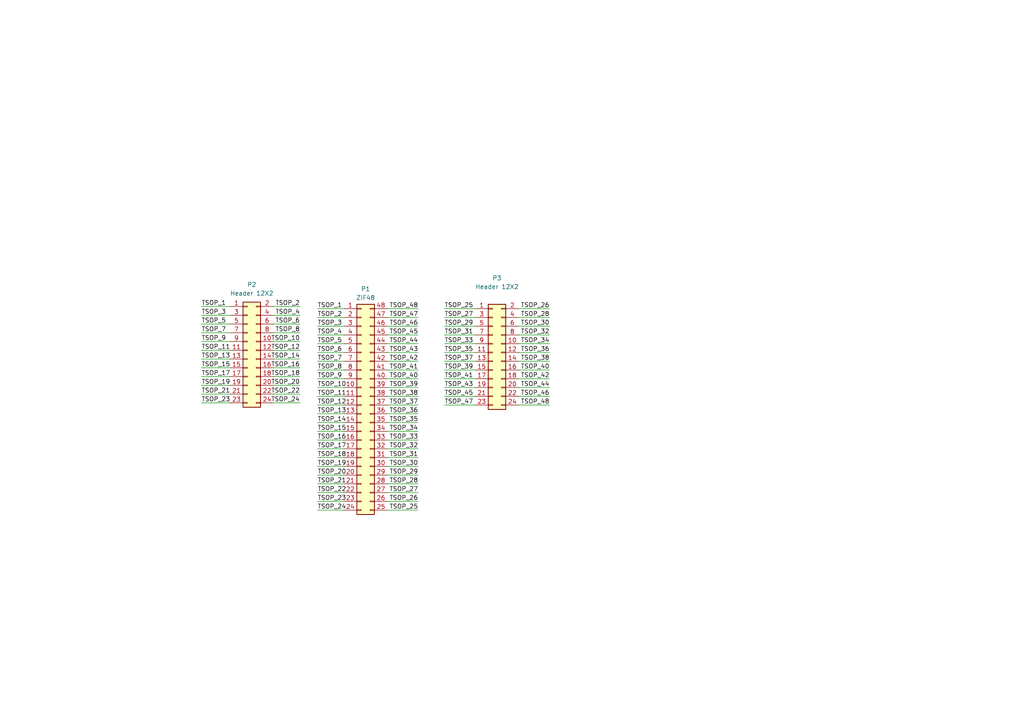
<source format=kicad_sch>
(kicad_sch (version 20211123) (generator eeschema)

  (uuid eaef1172-3351-417c-bfc4-74a598f141cb)

  (paper "A4")

  (lib_symbols
    (symbol "Connector_Generic:Conn_02x12_Odd_Even" (pin_names (offset 1.016) hide) (in_bom yes) (on_board yes)
      (property "Reference" "J" (id 0) (at 1.27 15.24 0)
        (effects (font (size 1.27 1.27)))
      )
      (property "Value" "Conn_02x12_Odd_Even" (id 1) (at 1.27 -17.78 0)
        (effects (font (size 1.27 1.27)))
      )
      (property "Footprint" "" (id 2) (at 0 0 0)
        (effects (font (size 1.27 1.27)) hide)
      )
      (property "Datasheet" "~" (id 3) (at 0 0 0)
        (effects (font (size 1.27 1.27)) hide)
      )
      (property "ki_keywords" "connector" (id 4) (at 0 0 0)
        (effects (font (size 1.27 1.27)) hide)
      )
      (property "ki_description" "Generic connector, double row, 02x12, odd/even pin numbering scheme (row 1 odd numbers, row 2 even numbers), script generated (kicad-library-utils/schlib/autogen/connector/)" (id 5) (at 0 0 0)
        (effects (font (size 1.27 1.27)) hide)
      )
      (property "ki_fp_filters" "Connector*:*_2x??_*" (id 6) (at 0 0 0)
        (effects (font (size 1.27 1.27)) hide)
      )
      (symbol "Conn_02x12_Odd_Even_1_1"
        (rectangle (start -1.27 -15.113) (end 0 -15.367)
          (stroke (width 0.1524) (type default) (color 0 0 0 0))
          (fill (type none))
        )
        (rectangle (start -1.27 -12.573) (end 0 -12.827)
          (stroke (width 0.1524) (type default) (color 0 0 0 0))
          (fill (type none))
        )
        (rectangle (start -1.27 -10.033) (end 0 -10.287)
          (stroke (width 0.1524) (type default) (color 0 0 0 0))
          (fill (type none))
        )
        (rectangle (start -1.27 -7.493) (end 0 -7.747)
          (stroke (width 0.1524) (type default) (color 0 0 0 0))
          (fill (type none))
        )
        (rectangle (start -1.27 -4.953) (end 0 -5.207)
          (stroke (width 0.1524) (type default) (color 0 0 0 0))
          (fill (type none))
        )
        (rectangle (start -1.27 -2.413) (end 0 -2.667)
          (stroke (width 0.1524) (type default) (color 0 0 0 0))
          (fill (type none))
        )
        (rectangle (start -1.27 0.127) (end 0 -0.127)
          (stroke (width 0.1524) (type default) (color 0 0 0 0))
          (fill (type none))
        )
        (rectangle (start -1.27 2.667) (end 0 2.413)
          (stroke (width 0.1524) (type default) (color 0 0 0 0))
          (fill (type none))
        )
        (rectangle (start -1.27 5.207) (end 0 4.953)
          (stroke (width 0.1524) (type default) (color 0 0 0 0))
          (fill (type none))
        )
        (rectangle (start -1.27 7.747) (end 0 7.493)
          (stroke (width 0.1524) (type default) (color 0 0 0 0))
          (fill (type none))
        )
        (rectangle (start -1.27 10.287) (end 0 10.033)
          (stroke (width 0.1524) (type default) (color 0 0 0 0))
          (fill (type none))
        )
        (rectangle (start -1.27 12.827) (end 0 12.573)
          (stroke (width 0.1524) (type default) (color 0 0 0 0))
          (fill (type none))
        )
        (rectangle (start -1.27 13.97) (end 3.81 -16.51)
          (stroke (width 0.254) (type default) (color 0 0 0 0))
          (fill (type background))
        )
        (rectangle (start 3.81 -15.113) (end 2.54 -15.367)
          (stroke (width 0.1524) (type default) (color 0 0 0 0))
          (fill (type none))
        )
        (rectangle (start 3.81 -12.573) (end 2.54 -12.827)
          (stroke (width 0.1524) (type default) (color 0 0 0 0))
          (fill (type none))
        )
        (rectangle (start 3.81 -10.033) (end 2.54 -10.287)
          (stroke (width 0.1524) (type default) (color 0 0 0 0))
          (fill (type none))
        )
        (rectangle (start 3.81 -7.493) (end 2.54 -7.747)
          (stroke (width 0.1524) (type default) (color 0 0 0 0))
          (fill (type none))
        )
        (rectangle (start 3.81 -4.953) (end 2.54 -5.207)
          (stroke (width 0.1524) (type default) (color 0 0 0 0))
          (fill (type none))
        )
        (rectangle (start 3.81 -2.413) (end 2.54 -2.667)
          (stroke (width 0.1524) (type default) (color 0 0 0 0))
          (fill (type none))
        )
        (rectangle (start 3.81 0.127) (end 2.54 -0.127)
          (stroke (width 0.1524) (type default) (color 0 0 0 0))
          (fill (type none))
        )
        (rectangle (start 3.81 2.667) (end 2.54 2.413)
          (stroke (width 0.1524) (type default) (color 0 0 0 0))
          (fill (type none))
        )
        (rectangle (start 3.81 5.207) (end 2.54 4.953)
          (stroke (width 0.1524) (type default) (color 0 0 0 0))
          (fill (type none))
        )
        (rectangle (start 3.81 7.747) (end 2.54 7.493)
          (stroke (width 0.1524) (type default) (color 0 0 0 0))
          (fill (type none))
        )
        (rectangle (start 3.81 10.287) (end 2.54 10.033)
          (stroke (width 0.1524) (type default) (color 0 0 0 0))
          (fill (type none))
        )
        (rectangle (start 3.81 12.827) (end 2.54 12.573)
          (stroke (width 0.1524) (type default) (color 0 0 0 0))
          (fill (type none))
        )
        (pin passive line (at -5.08 12.7 0) (length 3.81)
          (name "Pin_1" (effects (font (size 1.27 1.27))))
          (number "1" (effects (font (size 1.27 1.27))))
        )
        (pin passive line (at 7.62 2.54 180) (length 3.81)
          (name "Pin_10" (effects (font (size 1.27 1.27))))
          (number "10" (effects (font (size 1.27 1.27))))
        )
        (pin passive line (at -5.08 0 0) (length 3.81)
          (name "Pin_11" (effects (font (size 1.27 1.27))))
          (number "11" (effects (font (size 1.27 1.27))))
        )
        (pin passive line (at 7.62 0 180) (length 3.81)
          (name "Pin_12" (effects (font (size 1.27 1.27))))
          (number "12" (effects (font (size 1.27 1.27))))
        )
        (pin passive line (at -5.08 -2.54 0) (length 3.81)
          (name "Pin_13" (effects (font (size 1.27 1.27))))
          (number "13" (effects (font (size 1.27 1.27))))
        )
        (pin passive line (at 7.62 -2.54 180) (length 3.81)
          (name "Pin_14" (effects (font (size 1.27 1.27))))
          (number "14" (effects (font (size 1.27 1.27))))
        )
        (pin passive line (at -5.08 -5.08 0) (length 3.81)
          (name "Pin_15" (effects (font (size 1.27 1.27))))
          (number "15" (effects (font (size 1.27 1.27))))
        )
        (pin passive line (at 7.62 -5.08 180) (length 3.81)
          (name "Pin_16" (effects (font (size 1.27 1.27))))
          (number "16" (effects (font (size 1.27 1.27))))
        )
        (pin passive line (at -5.08 -7.62 0) (length 3.81)
          (name "Pin_17" (effects (font (size 1.27 1.27))))
          (number "17" (effects (font (size 1.27 1.27))))
        )
        (pin passive line (at 7.62 -7.62 180) (length 3.81)
          (name "Pin_18" (effects (font (size 1.27 1.27))))
          (number "18" (effects (font (size 1.27 1.27))))
        )
        (pin passive line (at -5.08 -10.16 0) (length 3.81)
          (name "Pin_19" (effects (font (size 1.27 1.27))))
          (number "19" (effects (font (size 1.27 1.27))))
        )
        (pin passive line (at 7.62 12.7 180) (length 3.81)
          (name "Pin_2" (effects (font (size 1.27 1.27))))
          (number "2" (effects (font (size 1.27 1.27))))
        )
        (pin passive line (at 7.62 -10.16 180) (length 3.81)
          (name "Pin_20" (effects (font (size 1.27 1.27))))
          (number "20" (effects (font (size 1.27 1.27))))
        )
        (pin passive line (at -5.08 -12.7 0) (length 3.81)
          (name "Pin_21" (effects (font (size 1.27 1.27))))
          (number "21" (effects (font (size 1.27 1.27))))
        )
        (pin passive line (at 7.62 -12.7 180) (length 3.81)
          (name "Pin_22" (effects (font (size 1.27 1.27))))
          (number "22" (effects (font (size 1.27 1.27))))
        )
        (pin passive line (at -5.08 -15.24 0) (length 3.81)
          (name "Pin_23" (effects (font (size 1.27 1.27))))
          (number "23" (effects (font (size 1.27 1.27))))
        )
        (pin passive line (at 7.62 -15.24 180) (length 3.81)
          (name "Pin_24" (effects (font (size 1.27 1.27))))
          (number "24" (effects (font (size 1.27 1.27))))
        )
        (pin passive line (at -5.08 10.16 0) (length 3.81)
          (name "Pin_3" (effects (font (size 1.27 1.27))))
          (number "3" (effects (font (size 1.27 1.27))))
        )
        (pin passive line (at 7.62 10.16 180) (length 3.81)
          (name "Pin_4" (effects (font (size 1.27 1.27))))
          (number "4" (effects (font (size 1.27 1.27))))
        )
        (pin passive line (at -5.08 7.62 0) (length 3.81)
          (name "Pin_5" (effects (font (size 1.27 1.27))))
          (number "5" (effects (font (size 1.27 1.27))))
        )
        (pin passive line (at 7.62 7.62 180) (length 3.81)
          (name "Pin_6" (effects (font (size 1.27 1.27))))
          (number "6" (effects (font (size 1.27 1.27))))
        )
        (pin passive line (at -5.08 5.08 0) (length 3.81)
          (name "Pin_7" (effects (font (size 1.27 1.27))))
          (number "7" (effects (font (size 1.27 1.27))))
        )
        (pin passive line (at 7.62 5.08 180) (length 3.81)
          (name "Pin_8" (effects (font (size 1.27 1.27))))
          (number "8" (effects (font (size 1.27 1.27))))
        )
        (pin passive line (at -5.08 2.54 0) (length 3.81)
          (name "Pin_9" (effects (font (size 1.27 1.27))))
          (number "9" (effects (font (size 1.27 1.27))))
        )
      )
    )
    (symbol "Connector_Generic:Conn_02x24_Counter_Clockwise" (pin_names (offset 1.016) hide) (in_bom yes) (on_board yes)
      (property "Reference" "J" (id 0) (at 1.27 30.48 0)
        (effects (font (size 1.27 1.27)))
      )
      (property "Value" "Conn_02x24_Counter_Clockwise" (id 1) (at 1.27 -33.02 0)
        (effects (font (size 1.27 1.27)))
      )
      (property "Footprint" "" (id 2) (at 0 0 0)
        (effects (font (size 1.27 1.27)) hide)
      )
      (property "Datasheet" "~" (id 3) (at 0 0 0)
        (effects (font (size 1.27 1.27)) hide)
      )
      (property "ki_keywords" "connector" (id 4) (at 0 0 0)
        (effects (font (size 1.27 1.27)) hide)
      )
      (property "ki_description" "Generic connector, double row, 02x24, counter clockwise pin numbering scheme (similar to DIP packge numbering), script generated (kicad-library-utils/schlib/autogen/connector/)" (id 5) (at 0 0 0)
        (effects (font (size 1.27 1.27)) hide)
      )
      (property "ki_fp_filters" "Connector*:*_2x??_*" (id 6) (at 0 0 0)
        (effects (font (size 1.27 1.27)) hide)
      )
      (symbol "Conn_02x24_Counter_Clockwise_1_1"
        (rectangle (start -1.27 -30.353) (end 0 -30.607)
          (stroke (width 0.1524) (type default) (color 0 0 0 0))
          (fill (type none))
        )
        (rectangle (start -1.27 -27.813) (end 0 -28.067)
          (stroke (width 0.1524) (type default) (color 0 0 0 0))
          (fill (type none))
        )
        (rectangle (start -1.27 -25.273) (end 0 -25.527)
          (stroke (width 0.1524) (type default) (color 0 0 0 0))
          (fill (type none))
        )
        (rectangle (start -1.27 -22.733) (end 0 -22.987)
          (stroke (width 0.1524) (type default) (color 0 0 0 0))
          (fill (type none))
        )
        (rectangle (start -1.27 -20.193) (end 0 -20.447)
          (stroke (width 0.1524) (type default) (color 0 0 0 0))
          (fill (type none))
        )
        (rectangle (start -1.27 -17.653) (end 0 -17.907)
          (stroke (width 0.1524) (type default) (color 0 0 0 0))
          (fill (type none))
        )
        (rectangle (start -1.27 -15.113) (end 0 -15.367)
          (stroke (width 0.1524) (type default) (color 0 0 0 0))
          (fill (type none))
        )
        (rectangle (start -1.27 -12.573) (end 0 -12.827)
          (stroke (width 0.1524) (type default) (color 0 0 0 0))
          (fill (type none))
        )
        (rectangle (start -1.27 -10.033) (end 0 -10.287)
          (stroke (width 0.1524) (type default) (color 0 0 0 0))
          (fill (type none))
        )
        (rectangle (start -1.27 -7.493) (end 0 -7.747)
          (stroke (width 0.1524) (type default) (color 0 0 0 0))
          (fill (type none))
        )
        (rectangle (start -1.27 -4.953) (end 0 -5.207)
          (stroke (width 0.1524) (type default) (color 0 0 0 0))
          (fill (type none))
        )
        (rectangle (start -1.27 -2.413) (end 0 -2.667)
          (stroke (width 0.1524) (type default) (color 0 0 0 0))
          (fill (type none))
        )
        (rectangle (start -1.27 0.127) (end 0 -0.127)
          (stroke (width 0.1524) (type default) (color 0 0 0 0))
          (fill (type none))
        )
        (rectangle (start -1.27 2.667) (end 0 2.413)
          (stroke (width 0.1524) (type default) (color 0 0 0 0))
          (fill (type none))
        )
        (rectangle (start -1.27 5.207) (end 0 4.953)
          (stroke (width 0.1524) (type default) (color 0 0 0 0))
          (fill (type none))
        )
        (rectangle (start -1.27 7.747) (end 0 7.493)
          (stroke (width 0.1524) (type default) (color 0 0 0 0))
          (fill (type none))
        )
        (rectangle (start -1.27 10.287) (end 0 10.033)
          (stroke (width 0.1524) (type default) (color 0 0 0 0))
          (fill (type none))
        )
        (rectangle (start -1.27 12.827) (end 0 12.573)
          (stroke (width 0.1524) (type default) (color 0 0 0 0))
          (fill (type none))
        )
        (rectangle (start -1.27 15.367) (end 0 15.113)
          (stroke (width 0.1524) (type default) (color 0 0 0 0))
          (fill (type none))
        )
        (rectangle (start -1.27 17.907) (end 0 17.653)
          (stroke (width 0.1524) (type default) (color 0 0 0 0))
          (fill (type none))
        )
        (rectangle (start -1.27 20.447) (end 0 20.193)
          (stroke (width 0.1524) (type default) (color 0 0 0 0))
          (fill (type none))
        )
        (rectangle (start -1.27 22.987) (end 0 22.733)
          (stroke (width 0.1524) (type default) (color 0 0 0 0))
          (fill (type none))
        )
        (rectangle (start -1.27 25.527) (end 0 25.273)
          (stroke (width 0.1524) (type default) (color 0 0 0 0))
          (fill (type none))
        )
        (rectangle (start -1.27 28.067) (end 0 27.813)
          (stroke (width 0.1524) (type default) (color 0 0 0 0))
          (fill (type none))
        )
        (rectangle (start -1.27 29.21) (end 3.81 -31.75)
          (stroke (width 0.254) (type default) (color 0 0 0 0))
          (fill (type background))
        )
        (rectangle (start 3.81 -30.353) (end 2.54 -30.607)
          (stroke (width 0.1524) (type default) (color 0 0 0 0))
          (fill (type none))
        )
        (rectangle (start 3.81 -27.813) (end 2.54 -28.067)
          (stroke (width 0.1524) (type default) (color 0 0 0 0))
          (fill (type none))
        )
        (rectangle (start 3.81 -25.273) (end 2.54 -25.527)
          (stroke (width 0.1524) (type default) (color 0 0 0 0))
          (fill (type none))
        )
        (rectangle (start 3.81 -22.733) (end 2.54 -22.987)
          (stroke (width 0.1524) (type default) (color 0 0 0 0))
          (fill (type none))
        )
        (rectangle (start 3.81 -20.193) (end 2.54 -20.447)
          (stroke (width 0.1524) (type default) (color 0 0 0 0))
          (fill (type none))
        )
        (rectangle (start 3.81 -17.653) (end 2.54 -17.907)
          (stroke (width 0.1524) (type default) (color 0 0 0 0))
          (fill (type none))
        )
        (rectangle (start 3.81 -15.113) (end 2.54 -15.367)
          (stroke (width 0.1524) (type default) (color 0 0 0 0))
          (fill (type none))
        )
        (rectangle (start 3.81 -12.573) (end 2.54 -12.827)
          (stroke (width 0.1524) (type default) (color 0 0 0 0))
          (fill (type none))
        )
        (rectangle (start 3.81 -10.033) (end 2.54 -10.287)
          (stroke (width 0.1524) (type default) (color 0 0 0 0))
          (fill (type none))
        )
        (rectangle (start 3.81 -7.493) (end 2.54 -7.747)
          (stroke (width 0.1524) (type default) (color 0 0 0 0))
          (fill (type none))
        )
        (rectangle (start 3.81 -4.953) (end 2.54 -5.207)
          (stroke (width 0.1524) (type default) (color 0 0 0 0))
          (fill (type none))
        )
        (rectangle (start 3.81 -2.413) (end 2.54 -2.667)
          (stroke (width 0.1524) (type default) (color 0 0 0 0))
          (fill (type none))
        )
        (rectangle (start 3.81 0.127) (end 2.54 -0.127)
          (stroke (width 0.1524) (type default) (color 0 0 0 0))
          (fill (type none))
        )
        (rectangle (start 3.81 2.667) (end 2.54 2.413)
          (stroke (width 0.1524) (type default) (color 0 0 0 0))
          (fill (type none))
        )
        (rectangle (start 3.81 5.207) (end 2.54 4.953)
          (stroke (width 0.1524) (type default) (color 0 0 0 0))
          (fill (type none))
        )
        (rectangle (start 3.81 7.747) (end 2.54 7.493)
          (stroke (width 0.1524) (type default) (color 0 0 0 0))
          (fill (type none))
        )
        (rectangle (start 3.81 10.287) (end 2.54 10.033)
          (stroke (width 0.1524) (type default) (color 0 0 0 0))
          (fill (type none))
        )
        (rectangle (start 3.81 12.827) (end 2.54 12.573)
          (stroke (width 0.1524) (type default) (color 0 0 0 0))
          (fill (type none))
        )
        (rectangle (start 3.81 15.367) (end 2.54 15.113)
          (stroke (width 0.1524) (type default) (color 0 0 0 0))
          (fill (type none))
        )
        (rectangle (start 3.81 17.907) (end 2.54 17.653)
          (stroke (width 0.1524) (type default) (color 0 0 0 0))
          (fill (type none))
        )
        (rectangle (start 3.81 20.447) (end 2.54 20.193)
          (stroke (width 0.1524) (type default) (color 0 0 0 0))
          (fill (type none))
        )
        (rectangle (start 3.81 22.987) (end 2.54 22.733)
          (stroke (width 0.1524) (type default) (color 0 0 0 0))
          (fill (type none))
        )
        (rectangle (start 3.81 25.527) (end 2.54 25.273)
          (stroke (width 0.1524) (type default) (color 0 0 0 0))
          (fill (type none))
        )
        (rectangle (start 3.81 28.067) (end 2.54 27.813)
          (stroke (width 0.1524) (type default) (color 0 0 0 0))
          (fill (type none))
        )
        (pin passive line (at -5.08 27.94 0) (length 3.81)
          (name "Pin_1" (effects (font (size 1.27 1.27))))
          (number "1" (effects (font (size 1.27 1.27))))
        )
        (pin passive line (at -5.08 5.08 0) (length 3.81)
          (name "Pin_10" (effects (font (size 1.27 1.27))))
          (number "10" (effects (font (size 1.27 1.27))))
        )
        (pin passive line (at -5.08 2.54 0) (length 3.81)
          (name "Pin_11" (effects (font (size 1.27 1.27))))
          (number "11" (effects (font (size 1.27 1.27))))
        )
        (pin passive line (at -5.08 0 0) (length 3.81)
          (name "Pin_12" (effects (font (size 1.27 1.27))))
          (number "12" (effects (font (size 1.27 1.27))))
        )
        (pin passive line (at -5.08 -2.54 0) (length 3.81)
          (name "Pin_13" (effects (font (size 1.27 1.27))))
          (number "13" (effects (font (size 1.27 1.27))))
        )
        (pin passive line (at -5.08 -5.08 0) (length 3.81)
          (name "Pin_14" (effects (font (size 1.27 1.27))))
          (number "14" (effects (font (size 1.27 1.27))))
        )
        (pin passive line (at -5.08 -7.62 0) (length 3.81)
          (name "Pin_15" (effects (font (size 1.27 1.27))))
          (number "15" (effects (font (size 1.27 1.27))))
        )
        (pin passive line (at -5.08 -10.16 0) (length 3.81)
          (name "Pin_16" (effects (font (size 1.27 1.27))))
          (number "16" (effects (font (size 1.27 1.27))))
        )
        (pin passive line (at -5.08 -12.7 0) (length 3.81)
          (name "Pin_17" (effects (font (size 1.27 1.27))))
          (number "17" (effects (font (size 1.27 1.27))))
        )
        (pin passive line (at -5.08 -15.24 0) (length 3.81)
          (name "Pin_18" (effects (font (size 1.27 1.27))))
          (number "18" (effects (font (size 1.27 1.27))))
        )
        (pin passive line (at -5.08 -17.78 0) (length 3.81)
          (name "Pin_19" (effects (font (size 1.27 1.27))))
          (number "19" (effects (font (size 1.27 1.27))))
        )
        (pin passive line (at -5.08 25.4 0) (length 3.81)
          (name "Pin_2" (effects (font (size 1.27 1.27))))
          (number "2" (effects (font (size 1.27 1.27))))
        )
        (pin passive line (at -5.08 -20.32 0) (length 3.81)
          (name "Pin_20" (effects (font (size 1.27 1.27))))
          (number "20" (effects (font (size 1.27 1.27))))
        )
        (pin passive line (at -5.08 -22.86 0) (length 3.81)
          (name "Pin_21" (effects (font (size 1.27 1.27))))
          (number "21" (effects (font (size 1.27 1.27))))
        )
        (pin passive line (at -5.08 -25.4 0) (length 3.81)
          (name "Pin_22" (effects (font (size 1.27 1.27))))
          (number "22" (effects (font (size 1.27 1.27))))
        )
        (pin passive line (at -5.08 -27.94 0) (length 3.81)
          (name "Pin_23" (effects (font (size 1.27 1.27))))
          (number "23" (effects (font (size 1.27 1.27))))
        )
        (pin passive line (at -5.08 -30.48 0) (length 3.81)
          (name "Pin_24" (effects (font (size 1.27 1.27))))
          (number "24" (effects (font (size 1.27 1.27))))
        )
        (pin passive line (at 7.62 -30.48 180) (length 3.81)
          (name "Pin_25" (effects (font (size 1.27 1.27))))
          (number "25" (effects (font (size 1.27 1.27))))
        )
        (pin passive line (at 7.62 -27.94 180) (length 3.81)
          (name "Pin_26" (effects (font (size 1.27 1.27))))
          (number "26" (effects (font (size 1.27 1.27))))
        )
        (pin passive line (at 7.62 -25.4 180) (length 3.81)
          (name "Pin_27" (effects (font (size 1.27 1.27))))
          (number "27" (effects (font (size 1.27 1.27))))
        )
        (pin passive line (at 7.62 -22.86 180) (length 3.81)
          (name "Pin_28" (effects (font (size 1.27 1.27))))
          (number "28" (effects (font (size 1.27 1.27))))
        )
        (pin passive line (at 7.62 -20.32 180) (length 3.81)
          (name "Pin_29" (effects (font (size 1.27 1.27))))
          (number "29" (effects (font (size 1.27 1.27))))
        )
        (pin passive line (at -5.08 22.86 0) (length 3.81)
          (name "Pin_3" (effects (font (size 1.27 1.27))))
          (number "3" (effects (font (size 1.27 1.27))))
        )
        (pin passive line (at 7.62 -17.78 180) (length 3.81)
          (name "Pin_30" (effects (font (size 1.27 1.27))))
          (number "30" (effects (font (size 1.27 1.27))))
        )
        (pin passive line (at 7.62 -15.24 180) (length 3.81)
          (name "Pin_31" (effects (font (size 1.27 1.27))))
          (number "31" (effects (font (size 1.27 1.27))))
        )
        (pin passive line (at 7.62 -12.7 180) (length 3.81)
          (name "Pin_32" (effects (font (size 1.27 1.27))))
          (number "32" (effects (font (size 1.27 1.27))))
        )
        (pin passive line (at 7.62 -10.16 180) (length 3.81)
          (name "Pin_33" (effects (font (size 1.27 1.27))))
          (number "33" (effects (font (size 1.27 1.27))))
        )
        (pin passive line (at 7.62 -7.62 180) (length 3.81)
          (name "Pin_34" (effects (font (size 1.27 1.27))))
          (number "34" (effects (font (size 1.27 1.27))))
        )
        (pin passive line (at 7.62 -5.08 180) (length 3.81)
          (name "Pin_35" (effects (font (size 1.27 1.27))))
          (number "35" (effects (font (size 1.27 1.27))))
        )
        (pin passive line (at 7.62 -2.54 180) (length 3.81)
          (name "Pin_36" (effects (font (size 1.27 1.27))))
          (number "36" (effects (font (size 1.27 1.27))))
        )
        (pin passive line (at 7.62 0 180) (length 3.81)
          (name "Pin_37" (effects (font (size 1.27 1.27))))
          (number "37" (effects (font (size 1.27 1.27))))
        )
        (pin passive line (at 7.62 2.54 180) (length 3.81)
          (name "Pin_38" (effects (font (size 1.27 1.27))))
          (number "38" (effects (font (size 1.27 1.27))))
        )
        (pin passive line (at 7.62 5.08 180) (length 3.81)
          (name "Pin_39" (effects (font (size 1.27 1.27))))
          (number "39" (effects (font (size 1.27 1.27))))
        )
        (pin passive line (at -5.08 20.32 0) (length 3.81)
          (name "Pin_4" (effects (font (size 1.27 1.27))))
          (number "4" (effects (font (size 1.27 1.27))))
        )
        (pin passive line (at 7.62 7.62 180) (length 3.81)
          (name "Pin_40" (effects (font (size 1.27 1.27))))
          (number "40" (effects (font (size 1.27 1.27))))
        )
        (pin passive line (at 7.62 10.16 180) (length 3.81)
          (name "Pin_41" (effects (font (size 1.27 1.27))))
          (number "41" (effects (font (size 1.27 1.27))))
        )
        (pin passive line (at 7.62 12.7 180) (length 3.81)
          (name "Pin_42" (effects (font (size 1.27 1.27))))
          (number "42" (effects (font (size 1.27 1.27))))
        )
        (pin passive line (at 7.62 15.24 180) (length 3.81)
          (name "Pin_43" (effects (font (size 1.27 1.27))))
          (number "43" (effects (font (size 1.27 1.27))))
        )
        (pin passive line (at 7.62 17.78 180) (length 3.81)
          (name "Pin_44" (effects (font (size 1.27 1.27))))
          (number "44" (effects (font (size 1.27 1.27))))
        )
        (pin passive line (at 7.62 20.32 180) (length 3.81)
          (name "Pin_45" (effects (font (size 1.27 1.27))))
          (number "45" (effects (font (size 1.27 1.27))))
        )
        (pin passive line (at 7.62 22.86 180) (length 3.81)
          (name "Pin_46" (effects (font (size 1.27 1.27))))
          (number "46" (effects (font (size 1.27 1.27))))
        )
        (pin passive line (at 7.62 25.4 180) (length 3.81)
          (name "Pin_47" (effects (font (size 1.27 1.27))))
          (number "47" (effects (font (size 1.27 1.27))))
        )
        (pin passive line (at 7.62 27.94 180) (length 3.81)
          (name "Pin_48" (effects (font (size 1.27 1.27))))
          (number "48" (effects (font (size 1.27 1.27))))
        )
        (pin passive line (at -5.08 17.78 0) (length 3.81)
          (name "Pin_5" (effects (font (size 1.27 1.27))))
          (number "5" (effects (font (size 1.27 1.27))))
        )
        (pin passive line (at -5.08 15.24 0) (length 3.81)
          (name "Pin_6" (effects (font (size 1.27 1.27))))
          (number "6" (effects (font (size 1.27 1.27))))
        )
        (pin passive line (at -5.08 12.7 0) (length 3.81)
          (name "Pin_7" (effects (font (size 1.27 1.27))))
          (number "7" (effects (font (size 1.27 1.27))))
        )
        (pin passive line (at -5.08 10.16 0) (length 3.81)
          (name "Pin_8" (effects (font (size 1.27 1.27))))
          (number "8" (effects (font (size 1.27 1.27))))
        )
        (pin passive line (at -5.08 7.62 0) (length 3.81)
          (name "Pin_9" (effects (font (size 1.27 1.27))))
          (number "9" (effects (font (size 1.27 1.27))))
        )
      )
    )
  )


  (wire (pts (xy 128.905 99.695) (xy 137.795 99.695))
    (stroke (width 0) (type default) (color 0 0 0 0))
    (uuid 094febb7-5d8f-4fac-b06a-a79cb60eb830)
  )
  (wire (pts (xy 121.285 132.715) (xy 112.395 132.715))
    (stroke (width 0) (type default) (color 0 0 0 0))
    (uuid 096c1ce2-a46a-4eb5-bc46-b70b38283c58)
  )
  (wire (pts (xy 86.995 104.14) (xy 79.375 104.14))
    (stroke (width 0) (type default) (color 0 0 0 0))
    (uuid 0b2ff669-05bc-415a-b402-c71d10956b2a)
  )
  (wire (pts (xy 86.995 111.76) (xy 79.375 111.76))
    (stroke (width 0) (type default) (color 0 0 0 0))
    (uuid 0d2f6e7a-778e-4010-98e5-3d0e95a69636)
  )
  (wire (pts (xy 159.385 109.855) (xy 150.495 109.855))
    (stroke (width 0) (type default) (color 0 0 0 0))
    (uuid 104404fd-358b-4a72-9c7d-7be74d74f7fd)
  )
  (wire (pts (xy 86.995 116.84) (xy 79.375 116.84))
    (stroke (width 0) (type default) (color 0 0 0 0))
    (uuid 12571566-c362-4020-afc1-5afc9948a4d0)
  )
  (wire (pts (xy 92.075 127.635) (xy 99.695 127.635))
    (stroke (width 0) (type default) (color 0 0 0 0))
    (uuid 147e535e-de52-4d32-8b9e-7284da549da8)
  )
  (wire (pts (xy 86.995 109.22) (xy 79.375 109.22))
    (stroke (width 0) (type default) (color 0 0 0 0))
    (uuid 15e4cafe-b37b-45ee-84cd-466da84d8e61)
  )
  (wire (pts (xy 159.385 97.155) (xy 150.495 97.155))
    (stroke (width 0) (type default) (color 0 0 0 0))
    (uuid 18f40c84-a8c3-4547-929a-1125820d20f3)
  )
  (wire (pts (xy 86.995 106.68) (xy 79.375 106.68))
    (stroke (width 0) (type default) (color 0 0 0 0))
    (uuid 19f19d0e-cc7c-4e6f-8815-01b2911ca0dc)
  )
  (wire (pts (xy 128.905 97.155) (xy 137.795 97.155))
    (stroke (width 0) (type default) (color 0 0 0 0))
    (uuid 20a90bea-3a29-4dc3-84a1-b15ce2cb1d79)
  )
  (wire (pts (xy 159.385 94.615) (xy 150.495 94.615))
    (stroke (width 0) (type default) (color 0 0 0 0))
    (uuid 22f9c55d-74d8-4330-96cf-da1e6b20da49)
  )
  (wire (pts (xy 86.995 96.52) (xy 79.375 96.52))
    (stroke (width 0) (type default) (color 0 0 0 0))
    (uuid 258b4191-2455-41db-b59c-93c0efa41086)
  )
  (wire (pts (xy 92.075 92.075) (xy 99.695 92.075))
    (stroke (width 0) (type default) (color 0 0 0 0))
    (uuid 2636cd5d-2e0b-44ad-9671-c8d32fd81ce8)
  )
  (wire (pts (xy 128.905 112.395) (xy 137.795 112.395))
    (stroke (width 0) (type default) (color 0 0 0 0))
    (uuid 26dd7172-1d1c-407c-a6de-255992d623f1)
  )
  (wire (pts (xy 92.075 140.335) (xy 99.695 140.335))
    (stroke (width 0) (type default) (color 0 0 0 0))
    (uuid 2e4aa737-c41f-4778-ad2c-635288301f5b)
  )
  (wire (pts (xy 159.385 112.395) (xy 150.495 112.395))
    (stroke (width 0) (type default) (color 0 0 0 0))
    (uuid 30aeea4c-d11b-43be-a4bf-50dc3d86655a)
  )
  (wire (pts (xy 128.905 89.535) (xy 137.795 89.535))
    (stroke (width 0) (type default) (color 0 0 0 0))
    (uuid 37dece1e-6a34-4dab-8811-2ea8678e852c)
  )
  (wire (pts (xy 121.285 147.955) (xy 112.395 147.955))
    (stroke (width 0) (type default) (color 0 0 0 0))
    (uuid 381d2161-cc6c-425c-9c5b-1dd7cad1424b)
  )
  (wire (pts (xy 92.075 147.955) (xy 99.695 147.955))
    (stroke (width 0) (type default) (color 0 0 0 0))
    (uuid 3ca92ab0-5bde-4feb-a5b8-75c19683a698)
  )
  (wire (pts (xy 121.285 142.875) (xy 112.395 142.875))
    (stroke (width 0) (type default) (color 0 0 0 0))
    (uuid 3f01ade3-b318-441a-b108-c8088f138d0e)
  )
  (wire (pts (xy 159.385 92.075) (xy 150.495 92.075))
    (stroke (width 0) (type default) (color 0 0 0 0))
    (uuid 4163e89c-b568-4321-b50f-e7a864a1eca5)
  )
  (wire (pts (xy 121.285 120.015) (xy 112.395 120.015))
    (stroke (width 0) (type default) (color 0 0 0 0))
    (uuid 4401844c-d56a-4683-9c80-22e37ab1bfcc)
  )
  (wire (pts (xy 58.42 101.6) (xy 66.675 101.6))
    (stroke (width 0) (type default) (color 0 0 0 0))
    (uuid 483dd64e-74ad-4e0b-8c97-c0bda14b5bdc)
  )
  (wire (pts (xy 128.905 104.775) (xy 137.795 104.775))
    (stroke (width 0) (type default) (color 0 0 0 0))
    (uuid 4dc236b3-a874-4d6a-9681-4e7c3f6f5495)
  )
  (wire (pts (xy 92.075 94.615) (xy 99.695 94.615))
    (stroke (width 0) (type default) (color 0 0 0 0))
    (uuid 4e604ca4-8cfa-4af8-b4f0-b57d22d10500)
  )
  (wire (pts (xy 92.075 114.935) (xy 99.695 114.935))
    (stroke (width 0) (type default) (color 0 0 0 0))
    (uuid 4f3c48b9-ed3b-4e5f-b20a-218fbc7560ce)
  )
  (wire (pts (xy 128.905 114.935) (xy 137.795 114.935))
    (stroke (width 0) (type default) (color 0 0 0 0))
    (uuid 57809c14-cae7-44f6-9649-a6b4d828fb35)
  )
  (wire (pts (xy 92.075 137.795) (xy 99.695 137.795))
    (stroke (width 0) (type default) (color 0 0 0 0))
    (uuid 58442b5d-6983-40cc-bc9c-d8f0af4d6d86)
  )
  (wire (pts (xy 58.42 106.68) (xy 66.675 106.68))
    (stroke (width 0) (type default) (color 0 0 0 0))
    (uuid 5a6be6a3-f5c4-4588-90de-f3e15e2ac316)
  )
  (wire (pts (xy 121.285 102.235) (xy 112.395 102.235))
    (stroke (width 0) (type default) (color 0 0 0 0))
    (uuid 5b5cc937-218e-4da6-9dc1-6f7531d48985)
  )
  (wire (pts (xy 86.995 88.9) (xy 79.375 88.9))
    (stroke (width 0) (type default) (color 0 0 0 0))
    (uuid 5c7c0c83-cf5c-46a4-ae62-2577f5eb25b0)
  )
  (wire (pts (xy 92.075 107.315) (xy 99.695 107.315))
    (stroke (width 0) (type default) (color 0 0 0 0))
    (uuid 5f4bb5ae-e235-450e-b526-c6d99bcf8569)
  )
  (wire (pts (xy 128.905 94.615) (xy 137.795 94.615))
    (stroke (width 0) (type default) (color 0 0 0 0))
    (uuid 60c6d961-7185-4558-8fbf-00529dd9373b)
  )
  (wire (pts (xy 92.075 120.015) (xy 99.695 120.015))
    (stroke (width 0) (type default) (color 0 0 0 0))
    (uuid 6186b7e1-c108-488f-95c9-89c989347919)
  )
  (wire (pts (xy 58.42 99.06) (xy 66.675 99.06))
    (stroke (width 0) (type default) (color 0 0 0 0))
    (uuid 61d13cee-4f2e-474a-83cd-b170ceb0626e)
  )
  (wire (pts (xy 58.42 116.84) (xy 66.675 116.84))
    (stroke (width 0) (type default) (color 0 0 0 0))
    (uuid 687376ad-5699-4b83-a0f3-7beeae7f0dfc)
  )
  (wire (pts (xy 92.075 130.175) (xy 99.695 130.175))
    (stroke (width 0) (type default) (color 0 0 0 0))
    (uuid 6fb7778b-112c-41dd-bb0e-ff9f979f7f94)
  )
  (wire (pts (xy 92.075 145.415) (xy 99.695 145.415))
    (stroke (width 0) (type default) (color 0 0 0 0))
    (uuid 72a8f13f-7830-4a81-b67f-cd66e2a5d573)
  )
  (wire (pts (xy 92.075 109.855) (xy 99.695 109.855))
    (stroke (width 0) (type default) (color 0 0 0 0))
    (uuid 74b369d9-1d76-4b1b-984d-f49e48bf2e0c)
  )
  (wire (pts (xy 121.285 97.155) (xy 112.395 97.155))
    (stroke (width 0) (type default) (color 0 0 0 0))
    (uuid 76056d7f-08df-4b30-8f5c-c0d90c582bdf)
  )
  (wire (pts (xy 58.42 111.76) (xy 66.675 111.76))
    (stroke (width 0) (type default) (color 0 0 0 0))
    (uuid 76926de7-4e2d-46c2-94e3-06e636e68fe8)
  )
  (wire (pts (xy 121.285 125.095) (xy 112.395 125.095))
    (stroke (width 0) (type default) (color 0 0 0 0))
    (uuid 78e0a86d-ac34-4bc6-8007-e394bc3b92fd)
  )
  (wire (pts (xy 121.285 104.775) (xy 112.395 104.775))
    (stroke (width 0) (type default) (color 0 0 0 0))
    (uuid 79ba0572-2056-43c1-be53-6ceefc2cf25a)
  )
  (wire (pts (xy 121.285 109.855) (xy 112.395 109.855))
    (stroke (width 0) (type default) (color 0 0 0 0))
    (uuid 7a18b2b0-6dd5-476e-99e3-1113869ce229)
  )
  (wire (pts (xy 121.285 127.635) (xy 112.395 127.635))
    (stroke (width 0) (type default) (color 0 0 0 0))
    (uuid 7e41274f-b946-48d5-91eb-9c65c6713585)
  )
  (wire (pts (xy 121.285 99.695) (xy 112.395 99.695))
    (stroke (width 0) (type default) (color 0 0 0 0))
    (uuid 7e8e834c-5fcc-4c97-a591-250d41a34553)
  )
  (wire (pts (xy 92.075 99.695) (xy 99.695 99.695))
    (stroke (width 0) (type default) (color 0 0 0 0))
    (uuid 7ea1d6e4-6bf4-4a08-9c91-4792fefc01fa)
  )
  (wire (pts (xy 128.905 102.235) (xy 137.795 102.235))
    (stroke (width 0) (type default) (color 0 0 0 0))
    (uuid 7f932210-125e-4a39-b7d3-41d07bdc2f0e)
  )
  (wire (pts (xy 92.075 142.875) (xy 99.695 142.875))
    (stroke (width 0) (type default) (color 0 0 0 0))
    (uuid 7fae9457-3e9a-4a2a-a6d9-1c0e0890b789)
  )
  (wire (pts (xy 86.995 91.44) (xy 79.375 91.44))
    (stroke (width 0) (type default) (color 0 0 0 0))
    (uuid 828b8d03-83cc-420b-b714-b293db456120)
  )
  (wire (pts (xy 159.385 117.475) (xy 150.495 117.475))
    (stroke (width 0) (type default) (color 0 0 0 0))
    (uuid 8b9ae290-2ab3-439c-ac69-66d39bb64309)
  )
  (wire (pts (xy 121.285 107.315) (xy 112.395 107.315))
    (stroke (width 0) (type default) (color 0 0 0 0))
    (uuid 8bd22316-975b-48ed-bbab-b15568c084c1)
  )
  (wire (pts (xy 121.285 117.475) (xy 112.395 117.475))
    (stroke (width 0) (type default) (color 0 0 0 0))
    (uuid 8f2c3838-67c3-472b-924a-1326f3d56c35)
  )
  (wire (pts (xy 121.285 112.395) (xy 112.395 112.395))
    (stroke (width 0) (type default) (color 0 0 0 0))
    (uuid 8ffc2dfa-9d31-45fc-834e-cf00010ff044)
  )
  (wire (pts (xy 128.905 117.475) (xy 137.795 117.475))
    (stroke (width 0) (type default) (color 0 0 0 0))
    (uuid 906f9e27-6dc1-44d8-a7a1-a2c0b57d2fe3)
  )
  (wire (pts (xy 128.905 109.855) (xy 137.795 109.855))
    (stroke (width 0) (type default) (color 0 0 0 0))
    (uuid a4886fc3-5d98-44aa-b8e8-348f4f4217e8)
  )
  (wire (pts (xy 121.285 135.255) (xy 112.395 135.255))
    (stroke (width 0) (type default) (color 0 0 0 0))
    (uuid a6fbafad-3f9c-4613-abf9-d6b0ea786512)
  )
  (wire (pts (xy 92.075 97.155) (xy 99.695 97.155))
    (stroke (width 0) (type default) (color 0 0 0 0))
    (uuid a7581643-8dd2-4d3a-a73d-468f5aa52b36)
  )
  (wire (pts (xy 92.075 125.095) (xy 99.695 125.095))
    (stroke (width 0) (type default) (color 0 0 0 0))
    (uuid a7a2b394-91d9-44a1-88b8-01dc818dd206)
  )
  (wire (pts (xy 121.285 140.335) (xy 112.395 140.335))
    (stroke (width 0) (type default) (color 0 0 0 0))
    (uuid a9864e95-f092-47d8-8124-003598db2071)
  )
  (wire (pts (xy 92.075 89.535) (xy 99.695 89.535))
    (stroke (width 0) (type default) (color 0 0 0 0))
    (uuid aafb9083-314f-45e8-a8fb-2f0c4e2d22a0)
  )
  (wire (pts (xy 58.42 91.44) (xy 66.675 91.44))
    (stroke (width 0) (type default) (color 0 0 0 0))
    (uuid b34cff2e-78c2-49a6-9001-30a5ac33b0bb)
  )
  (wire (pts (xy 58.42 96.52) (xy 66.675 96.52))
    (stroke (width 0) (type default) (color 0 0 0 0))
    (uuid b3d1a865-d236-4925-8344-02aa33a87f58)
  )
  (wire (pts (xy 159.385 89.535) (xy 150.495 89.535))
    (stroke (width 0) (type default) (color 0 0 0 0))
    (uuid b4acbff1-0f12-443f-86e5-0e4cf9924080)
  )
  (wire (pts (xy 121.285 122.555) (xy 112.395 122.555))
    (stroke (width 0) (type default) (color 0 0 0 0))
    (uuid b7949f05-653f-4ec5-a69a-ac67d2edbb90)
  )
  (wire (pts (xy 92.075 117.475) (xy 99.695 117.475))
    (stroke (width 0) (type default) (color 0 0 0 0))
    (uuid bc6b2829-c252-4bf8-a479-ca6125cad2d3)
  )
  (wire (pts (xy 58.42 109.22) (xy 66.675 109.22))
    (stroke (width 0) (type default) (color 0 0 0 0))
    (uuid bf813ca6-c9b0-496b-a4b2-6cd15e7fa5b4)
  )
  (wire (pts (xy 121.285 145.415) (xy 112.395 145.415))
    (stroke (width 0) (type default) (color 0 0 0 0))
    (uuid c0cd892b-6b82-49e4-a7ef-03e83f4944f5)
  )
  (wire (pts (xy 58.42 114.3) (xy 66.675 114.3))
    (stroke (width 0) (type default) (color 0 0 0 0))
    (uuid c110c828-4037-49df-84fb-0c1dcd0bc208)
  )
  (wire (pts (xy 92.075 122.555) (xy 99.695 122.555))
    (stroke (width 0) (type default) (color 0 0 0 0))
    (uuid c5eff896-c24e-414f-b96d-c215ea0d9cbf)
  )
  (wire (pts (xy 92.075 112.395) (xy 99.695 112.395))
    (stroke (width 0) (type default) (color 0 0 0 0))
    (uuid c62513d3-1230-4a27-ac93-aed021ade280)
  )
  (wire (pts (xy 159.385 107.315) (xy 150.495 107.315))
    (stroke (width 0) (type default) (color 0 0 0 0))
    (uuid c6787033-5966-44e5-8ae7-de6f11d613d3)
  )
  (wire (pts (xy 159.385 102.235) (xy 150.495 102.235))
    (stroke (width 0) (type default) (color 0 0 0 0))
    (uuid cadb8a6a-c25c-4065-af2e-e100afd3a7c2)
  )
  (wire (pts (xy 121.285 130.175) (xy 112.395 130.175))
    (stroke (width 0) (type default) (color 0 0 0 0))
    (uuid cd376ec6-47e1-418a-9127-045d1da49ecd)
  )
  (wire (pts (xy 121.285 92.075) (xy 112.395 92.075))
    (stroke (width 0) (type default) (color 0 0 0 0))
    (uuid cd763078-6e8e-42d0-a7f6-5b08fa59c64e)
  )
  (wire (pts (xy 92.075 104.775) (xy 99.695 104.775))
    (stroke (width 0) (type default) (color 0 0 0 0))
    (uuid cded3975-bb53-4f1e-89bf-735f7ca6f050)
  )
  (wire (pts (xy 128.905 107.315) (xy 137.795 107.315))
    (stroke (width 0) (type default) (color 0 0 0 0))
    (uuid d7c1117a-b071-4863-8d84-79bd01e155db)
  )
  (wire (pts (xy 159.385 114.935) (xy 150.495 114.935))
    (stroke (width 0) (type default) (color 0 0 0 0))
    (uuid da11b0b1-01e0-4106-84f6-0c2e8b2aaabc)
  )
  (wire (pts (xy 86.995 101.6) (xy 79.375 101.6))
    (stroke (width 0) (type default) (color 0 0 0 0))
    (uuid da182520-2530-4b4f-b294-b5f2da2e0167)
  )
  (wire (pts (xy 86.995 93.98) (xy 79.375 93.98))
    (stroke (width 0) (type default) (color 0 0 0 0))
    (uuid db9957af-88ae-4b9b-878b-fca16796b164)
  )
  (wire (pts (xy 121.285 89.535) (xy 112.395 89.535))
    (stroke (width 0) (type default) (color 0 0 0 0))
    (uuid dd8ea0d1-1f0d-4ac7-9680-61dca36e6c2b)
  )
  (wire (pts (xy 86.995 114.3) (xy 79.375 114.3))
    (stroke (width 0) (type default) (color 0 0 0 0))
    (uuid e132594a-a911-409b-854b-e36aba5c0a64)
  )
  (wire (pts (xy 58.42 93.98) (xy 66.675 93.98))
    (stroke (width 0) (type default) (color 0 0 0 0))
    (uuid e1a2236e-9438-4cf8-9628-4a2edf553390)
  )
  (wire (pts (xy 121.285 137.795) (xy 112.395 137.795))
    (stroke (width 0) (type default) (color 0 0 0 0))
    (uuid e294b614-2296-409c-a5a4-7b21aeefa20e)
  )
  (wire (pts (xy 92.075 102.235) (xy 99.695 102.235))
    (stroke (width 0) (type default) (color 0 0 0 0))
    (uuid e3049d10-3b1b-4851-85d6-99e2fc4f0d1f)
  )
  (wire (pts (xy 86.995 99.06) (xy 79.375 99.06))
    (stroke (width 0) (type default) (color 0 0 0 0))
    (uuid e4030a5f-e6b4-4560-aef2-6d9501812e36)
  )
  (wire (pts (xy 121.285 114.935) (xy 112.395 114.935))
    (stroke (width 0) (type default) (color 0 0 0 0))
    (uuid e99510c5-ebad-47f3-9db4-db146cf2d47f)
  )
  (wire (pts (xy 92.075 132.715) (xy 99.695 132.715))
    (stroke (width 0) (type default) (color 0 0 0 0))
    (uuid ea372e81-8b28-411a-9c12-6e691d461399)
  )
  (wire (pts (xy 92.075 135.255) (xy 99.695 135.255))
    (stroke (width 0) (type default) (color 0 0 0 0))
    (uuid efa87fa3-7f38-445c-9591-962f652580f6)
  )
  (wire (pts (xy 128.905 92.075) (xy 137.795 92.075))
    (stroke (width 0) (type default) (color 0 0 0 0))
    (uuid f1ce9232-74d9-405b-8822-05d2b14c73e1)
  )
  (wire (pts (xy 58.42 104.14) (xy 66.675 104.14))
    (stroke (width 0) (type default) (color 0 0 0 0))
    (uuid f28220b6-cf8e-4547-99ed-20754e5edd04)
  )
  (wire (pts (xy 58.42 88.9) (xy 66.675 88.9))
    (stroke (width 0) (type default) (color 0 0 0 0))
    (uuid faf566ba-c43b-4302-9588-1cec7b4ca24b)
  )
  (wire (pts (xy 121.285 94.615) (xy 112.395 94.615))
    (stroke (width 0) (type default) (color 0 0 0 0))
    (uuid fce1c4fa-f48f-4e1e-85bf-d88e620b31e9)
  )
  (wire (pts (xy 159.385 104.775) (xy 150.495 104.775))
    (stroke (width 0) (type default) (color 0 0 0 0))
    (uuid feb9e115-786a-4ae7-973b-faac11abc298)
  )
  (wire (pts (xy 159.385 99.695) (xy 150.495 99.695))
    (stroke (width 0) (type default) (color 0 0 0 0))
    (uuid ff7b739c-3ff5-431a-9072-c40bd3d1a203)
  )

  (label "TSOP_22" (at 86.995 114.3 180)
    (effects (font (size 1.27 1.27)) (justify right bottom))
    (uuid 051258cf-e8cf-4c5f-af6d-377250908b9f)
  )
  (label "TSOP_18" (at 86.995 109.22 180)
    (effects (font (size 1.27 1.27)) (justify right bottom))
    (uuid 06b2597a-7b06-4c2d-b3aa-db28e4d2d6bb)
  )
  (label "TSOP_43" (at 121.285 102.235 180)
    (effects (font (size 1.27 1.27)) (justify right bottom))
    (uuid 07225783-ab49-4728-85df-08f87c8935aa)
  )
  (label "TSOP_30" (at 121.285 135.255 180)
    (effects (font (size 1.27 1.27)) (justify right bottom))
    (uuid 08d8eced-84b6-4338-9dfc-74c42703f141)
  )
  (label "TSOP_42" (at 121.285 104.775 180)
    (effects (font (size 1.27 1.27)) (justify right bottom))
    (uuid 08d8fe38-8a7e-4a8a-b9a3-ea9c86d9f11a)
  )
  (label "TSOP_5" (at 92.075 99.695 0)
    (effects (font (size 1.27 1.27)) (justify left bottom))
    (uuid 0e52d5ee-cba7-4f0b-9d50-7cab8bdbde51)
  )
  (label "TSOP_20" (at 92.075 137.795 0)
    (effects (font (size 1.27 1.27)) (justify left bottom))
    (uuid 0e9c0fdc-2459-4aa3-835c-4ef4cb083c82)
  )
  (label "TSOP_21" (at 58.42 114.3 0)
    (effects (font (size 1.27 1.27)) (justify left bottom))
    (uuid 1105d3b9-bc53-43b4-ae1a-b055e6af346e)
  )
  (label "TSOP_6" (at 92.075 102.235 0)
    (effects (font (size 1.27 1.27)) (justify left bottom))
    (uuid 13a16057-f26b-4d35-840d-4ef1ba8535e4)
  )
  (label "TSOP_44" (at 121.285 99.695 180)
    (effects (font (size 1.27 1.27)) (justify right bottom))
    (uuid 15829e3c-63b9-4093-ae7d-5f8ad9fc183b)
  )
  (label "TSOP_41" (at 128.905 109.855 0)
    (effects (font (size 1.27 1.27)) (justify left bottom))
    (uuid 169c08bf-ad71-4b16-aafe-db33fc4f92dd)
  )
  (label "TSOP_2" (at 92.075 92.075 0)
    (effects (font (size 1.27 1.27)) (justify left bottom))
    (uuid 1ea27332-2337-4a17-8f0c-2dc582472deb)
  )
  (label "TSOP_34" (at 159.385 99.695 180)
    (effects (font (size 1.27 1.27)) (justify right bottom))
    (uuid 243d1e65-9462-44f2-810d-ed690910cdb8)
  )
  (label "TSOP_8" (at 86.995 96.52 180)
    (effects (font (size 1.27 1.27)) (justify right bottom))
    (uuid 2abf9bd9-2e75-4bc7-9218-8b355c67c085)
  )
  (label "TSOP_17" (at 58.42 109.22 0)
    (effects (font (size 1.27 1.27)) (justify left bottom))
    (uuid 2b4ec33e-09ed-40fd-ad97-076778448929)
  )
  (label "TSOP_46" (at 159.385 114.935 180)
    (effects (font (size 1.27 1.27)) (justify right bottom))
    (uuid 2eb9b54f-c099-432a-ac1a-a5e2b2a41541)
  )
  (label "TSOP_1" (at 58.42 88.9 0)
    (effects (font (size 1.27 1.27)) (justify left bottom))
    (uuid 32d101e9-aea6-4b56-91b3-4beaad4a7921)
  )
  (label "TSOP_21" (at 92.075 140.335 0)
    (effects (font (size 1.27 1.27)) (justify left bottom))
    (uuid 334c5ed1-e96d-4a80-bc4e-38cb212c8875)
  )
  (label "TSOP_14" (at 86.995 104.14 180)
    (effects (font (size 1.27 1.27)) (justify right bottom))
    (uuid 36733aa9-2374-46bb-b660-87f95d2680aa)
  )
  (label "TSOP_47" (at 121.285 92.075 180)
    (effects (font (size 1.27 1.27)) (justify right bottom))
    (uuid 3e1244a8-cc3a-40a5-9b6b-cf964637d707)
  )
  (label "TSOP_43" (at 128.905 112.395 0)
    (effects (font (size 1.27 1.27)) (justify left bottom))
    (uuid 4204dc0d-9206-4a32-87d8-19df999486c3)
  )
  (label "TSOP_31" (at 128.905 97.155 0)
    (effects (font (size 1.27 1.27)) (justify left bottom))
    (uuid 4511acdb-d9e9-4585-9b5c-678a5acd9596)
  )
  (label "TSOP_4" (at 86.995 91.44 180)
    (effects (font (size 1.27 1.27)) (justify right bottom))
    (uuid 477159c8-6842-4fdb-8985-f042f4e62500)
  )
  (label "TSOP_22" (at 92.075 142.875 0)
    (effects (font (size 1.27 1.27)) (justify left bottom))
    (uuid 4c814fe7-fbe2-4570-a363-581304414d73)
  )
  (label "TSOP_7" (at 58.42 96.52 0)
    (effects (font (size 1.27 1.27)) (justify left bottom))
    (uuid 4cc3916a-4545-4c07-b5aa-65141712a318)
  )
  (label "TSOP_42" (at 159.385 109.855 180)
    (effects (font (size 1.27 1.27)) (justify right bottom))
    (uuid 4e8a0394-739a-46a6-8171-35c520d4b59b)
  )
  (label "TSOP_1" (at 92.075 89.535 0)
    (effects (font (size 1.27 1.27)) (justify left bottom))
    (uuid 5342d71c-4e34-4737-b7da-732d0fc20348)
  )
  (label "TSOP_25" (at 128.905 89.535 0)
    (effects (font (size 1.27 1.27)) (justify left bottom))
    (uuid 55c31504-86c8-4dac-b443-05993220e578)
  )
  (label "TSOP_6" (at 86.995 93.98 180)
    (effects (font (size 1.27 1.27)) (justify right bottom))
    (uuid 5ab73428-d0c8-4ba7-be53-e4ec8278507c)
  )
  (label "TSOP_13" (at 92.075 120.015 0)
    (effects (font (size 1.27 1.27)) (justify left bottom))
    (uuid 5b89719f-d8fd-40f0-88a7-0da576cec61b)
  )
  (label "TSOP_25" (at 121.285 147.955 180)
    (effects (font (size 1.27 1.27)) (justify right bottom))
    (uuid 5d9cdd3a-5ddb-43b9-9423-534bd2d353f1)
  )
  (label "TSOP_48" (at 159.385 117.475 180)
    (effects (font (size 1.27 1.27)) (justify right bottom))
    (uuid 5fc7946e-190c-407b-b8f5-91b9f37ec729)
  )
  (label "TSOP_33" (at 128.905 99.695 0)
    (effects (font (size 1.27 1.27)) (justify left bottom))
    (uuid 60786dd0-021d-4136-8bc8-4458ad82229d)
  )
  (label "TSOP_5" (at 58.42 93.98 0)
    (effects (font (size 1.27 1.27)) (justify left bottom))
    (uuid 63a86c0b-142c-4744-8de1-6e3cde1583de)
  )
  (label "TSOP_45" (at 121.285 97.155 180)
    (effects (font (size 1.27 1.27)) (justify right bottom))
    (uuid 67b0d38d-ab13-4c70-a3ea-e59c7ef23b8d)
  )
  (label "TSOP_15" (at 92.075 125.095 0)
    (effects (font (size 1.27 1.27)) (justify left bottom))
    (uuid 6ce25fbc-166f-4e1c-a0b2-c9b39cd69449)
  )
  (label "TSOP_33" (at 121.285 127.635 180)
    (effects (font (size 1.27 1.27)) (justify right bottom))
    (uuid 6ff4ddb0-7fc2-4345-b786-a84d787ec204)
  )
  (label "TSOP_3" (at 58.42 91.44 0)
    (effects (font (size 1.27 1.27)) (justify left bottom))
    (uuid 703150a7-37b9-4b76-9d37-11ae64256376)
  )
  (label "TSOP_27" (at 128.905 92.075 0)
    (effects (font (size 1.27 1.27)) (justify left bottom))
    (uuid 74a83166-214c-40b6-9e23-f2da05d23e9d)
  )
  (label "TSOP_15" (at 58.42 106.68 0)
    (effects (font (size 1.27 1.27)) (justify left bottom))
    (uuid 753c13cd-d88e-42c5-87b3-44a0bda007f4)
  )
  (label "TSOP_13" (at 58.42 104.14 0)
    (effects (font (size 1.27 1.27)) (justify left bottom))
    (uuid 75b252a7-0139-4502-9cd4-8ce04a5a16ec)
  )
  (label "TSOP_14" (at 92.075 122.555 0)
    (effects (font (size 1.27 1.27)) (justify left bottom))
    (uuid 768644fc-ae01-4012-bdba-aba73c67b156)
  )
  (label "TSOP_38" (at 121.285 114.935 180)
    (effects (font (size 1.27 1.27)) (justify right bottom))
    (uuid 7ab1ca0a-ddb4-46ab-a840-29bd35c9e73d)
  )
  (label "TSOP_16" (at 92.075 127.635 0)
    (effects (font (size 1.27 1.27)) (justify left bottom))
    (uuid 7b22eb2f-01a7-4c6f-adf4-69a29552f5d0)
  )
  (label "TSOP_18" (at 92.075 132.715 0)
    (effects (font (size 1.27 1.27)) (justify left bottom))
    (uuid 7b77a475-9223-4175-8348-b89e89f3dd70)
  )
  (label "TSOP_38" (at 159.385 104.775 180)
    (effects (font (size 1.27 1.27)) (justify right bottom))
    (uuid 80b56359-2153-4dda-a86d-b03bcbcddd6e)
  )
  (label "TSOP_24" (at 86.995 116.84 180)
    (effects (font (size 1.27 1.27)) (justify right bottom))
    (uuid 85efdcf2-b2af-4074-a8ec-46a9b78ab437)
  )
  (label "TSOP_24" (at 92.075 147.955 0)
    (effects (font (size 1.27 1.27)) (justify left bottom))
    (uuid 86517672-a312-4d96-a62d-d401c4f3f511)
  )
  (label "TSOP_28" (at 121.285 140.335 180)
    (effects (font (size 1.27 1.27)) (justify right bottom))
    (uuid 8c3adb3a-12c6-478a-9a41-a8b7ff8b7d5f)
  )
  (label "TSOP_23" (at 58.42 116.84 0)
    (effects (font (size 1.27 1.27)) (justify left bottom))
    (uuid 8ca2531e-66a7-48f1-b9df-3f8772a5d0a6)
  )
  (label "TSOP_45" (at 128.905 114.935 0)
    (effects (font (size 1.27 1.27)) (justify left bottom))
    (uuid 8e9f0763-68a2-4373-98fa-ddc2ae8c3d26)
  )
  (label "TSOP_16" (at 86.995 106.68 180)
    (effects (font (size 1.27 1.27)) (justify right bottom))
    (uuid 9789e66b-b010-4f52-be15-b9f26aed51fa)
  )
  (label "TSOP_30" (at 159.385 94.615 180)
    (effects (font (size 1.27 1.27)) (justify right bottom))
    (uuid 9e005c4c-0cd7-493d-990d-64ec39d00219)
  )
  (label "TSOP_35" (at 128.905 102.235 0)
    (effects (font (size 1.27 1.27)) (justify left bottom))
    (uuid 9f38194b-5952-4f8a-8bb1-4a5a7ad57456)
  )
  (label "TSOP_48" (at 121.285 89.535 180)
    (effects (font (size 1.27 1.27)) (justify right bottom))
    (uuid a0f40249-6489-4cef-a08c-0ffcc0095d07)
  )
  (label "TSOP_31" (at 121.285 132.715 180)
    (effects (font (size 1.27 1.27)) (justify right bottom))
    (uuid a106b65c-2dce-4edb-95fa-092ebe4135ce)
  )
  (label "TSOP_17" (at 92.075 130.175 0)
    (effects (font (size 1.27 1.27)) (justify left bottom))
    (uuid a5f3df81-3222-4e28-b1e1-1a0d9b0edd61)
  )
  (label "TSOP_23" (at 92.075 145.415 0)
    (effects (font (size 1.27 1.27)) (justify left bottom))
    (uuid a8b31ffe-8f48-4090-81bd-dbdf2399a476)
  )
  (label "TSOP_7" (at 92.075 104.775 0)
    (effects (font (size 1.27 1.27)) (justify left bottom))
    (uuid b0299330-8904-4455-9542-397037efe6d7)
  )
  (label "TSOP_34" (at 121.285 125.095 180)
    (effects (font (size 1.27 1.27)) (justify right bottom))
    (uuid b718ee83-8bb3-4b6f-b06b-4829edc8848e)
  )
  (label "TSOP_41" (at 121.285 107.315 180)
    (effects (font (size 1.27 1.27)) (justify right bottom))
    (uuid b765f7c0-ef6c-4dc7-ada4-54e0320a88c4)
  )
  (label "TSOP_19" (at 92.075 135.255 0)
    (effects (font (size 1.27 1.27)) (justify left bottom))
    (uuid b996a73e-3f99-4fd6-982b-571652d61198)
  )
  (label "TSOP_36" (at 121.285 120.015 180)
    (effects (font (size 1.27 1.27)) (justify right bottom))
    (uuid b9b9114f-cfdd-4f0f-994c-c896bb2c8ed4)
  )
  (label "TSOP_10" (at 86.995 99.06 180)
    (effects (font (size 1.27 1.27)) (justify right bottom))
    (uuid be08acd7-a864-4f45-92a0-9002e4167f37)
  )
  (label "TSOP_19" (at 58.42 111.76 0)
    (effects (font (size 1.27 1.27)) (justify left bottom))
    (uuid be3610cd-c4e5-4eef-a19b-2490be584221)
  )
  (label "TSOP_40" (at 121.285 109.855 180)
    (effects (font (size 1.27 1.27)) (justify right bottom))
    (uuid be459747-6fa2-4577-b848-dec0fdf50832)
  )
  (label "TSOP_12" (at 92.075 117.475 0)
    (effects (font (size 1.27 1.27)) (justify left bottom))
    (uuid be5c4d79-907a-4692-b7f4-fc0f6bf4747e)
  )
  (label "TSOP_4" (at 92.075 97.155 0)
    (effects (font (size 1.27 1.27)) (justify left bottom))
    (uuid bfcb39fe-b237-43ed-95ab-ed4f0ebe3027)
  )
  (label "TSOP_26" (at 121.285 145.415 180)
    (effects (font (size 1.27 1.27)) (justify right bottom))
    (uuid c148d6a2-b769-45c3-bba5-967203976bd7)
  )
  (label "TSOP_47" (at 128.905 117.475 0)
    (effects (font (size 1.27 1.27)) (justify left bottom))
    (uuid c158168c-bc71-498b-9c67-dbed18bd9887)
  )
  (label "TSOP_11" (at 58.42 101.6 0)
    (effects (font (size 1.27 1.27)) (justify left bottom))
    (uuid c2aff66a-62a8-4aa1-b4d9-790546e6099d)
  )
  (label "TSOP_39" (at 121.285 112.395 180)
    (effects (font (size 1.27 1.27)) (justify right bottom))
    (uuid c37f6d7b-cb0d-41e8-bebd-5887732015af)
  )
  (label "TSOP_9" (at 92.075 109.855 0)
    (effects (font (size 1.27 1.27)) (justify left bottom))
    (uuid c4716f96-b401-4ceb-86d8-b7e2a3084f6a)
  )
  (label "TSOP_37" (at 128.905 104.775 0)
    (effects (font (size 1.27 1.27)) (justify left bottom))
    (uuid c829c0a2-36ea-48e0-9456-016b319b7e4c)
  )
  (label "TSOP_37" (at 121.285 117.475 180)
    (effects (font (size 1.27 1.27)) (justify right bottom))
    (uuid c8d17ccc-0004-47a3-a07d-63ba13bf7cb4)
  )
  (label "TSOP_44" (at 159.385 112.395 180)
    (effects (font (size 1.27 1.27)) (justify right bottom))
    (uuid c988a3c3-c5d9-4a10-98ee-8e81f33c2b1b)
  )
  (label "TSOP_3" (at 92.075 94.615 0)
    (effects (font (size 1.27 1.27)) (justify left bottom))
    (uuid d04feb71-13a2-42f3-bf5c-5a872bc136db)
  )
  (label "TSOP_20" (at 86.995 111.76 180)
    (effects (font (size 1.27 1.27)) (justify right bottom))
    (uuid d2f72cbc-e1a3-49c0-b76e-d4b4cbb83949)
  )
  (label "TSOP_29" (at 128.905 94.615 0)
    (effects (font (size 1.27 1.27)) (justify left bottom))
    (uuid d3137b9d-6bd1-43a1-beb0-674e2016c3a0)
  )
  (label "TSOP_40" (at 159.385 107.315 180)
    (effects (font (size 1.27 1.27)) (justify right bottom))
    (uuid d6e72d95-84ef-448e-a85d-f944d143afa9)
  )
  (label "TSOP_35" (at 121.285 122.555 180)
    (effects (font (size 1.27 1.27)) (justify right bottom))
    (uuid d9ec4686-42ea-445a-9055-88bd8eb9cf52)
  )
  (label "TSOP_10" (at 92.075 112.395 0)
    (effects (font (size 1.27 1.27)) (justify left bottom))
    (uuid dc0014fb-3cc2-4766-938d-270e03220ee1)
  )
  (label "TSOP_26" (at 159.385 89.535 180)
    (effects (font (size 1.27 1.27)) (justify right bottom))
    (uuid dcd790ec-0acb-4590-8e78-fa6c6f413dd2)
  )
  (label "TSOP_32" (at 121.285 130.175 180)
    (effects (font (size 1.27 1.27)) (justify right bottom))
    (uuid de8b9cd6-23ff-4031-b87e-0b8a74cfc6f3)
  )
  (label "TSOP_2" (at 86.995 88.9 180)
    (effects (font (size 1.27 1.27)) (justify right bottom))
    (uuid e25678c3-7a6f-406f-b60f-2c8f0cc0a45b)
  )
  (label "TSOP_9" (at 58.42 99.06 0)
    (effects (font (size 1.27 1.27)) (justify left bottom))
    (uuid e7029678-9312-4a7c-85b7-ad83f8178652)
  )
  (label "TSOP_46" (at 121.285 94.615 180)
    (effects (font (size 1.27 1.27)) (justify right bottom))
    (uuid e941e386-8a35-4713-add9-bd26eabb4803)
  )
  (label "TSOP_12" (at 86.995 101.6 180)
    (effects (font (size 1.27 1.27)) (justify right bottom))
    (uuid f04877ba-3e22-4dc1-8682-1eed619df86c)
  )
  (label "TSOP_39" (at 128.905 107.315 0)
    (effects (font (size 1.27 1.27)) (justify left bottom))
    (uuid f1c6b485-5b94-4f5f-9f4f-cc0805c91252)
  )
  (label "TSOP_29" (at 121.285 137.795 180)
    (effects (font (size 1.27 1.27)) (justify right bottom))
    (uuid f3bb7b70-bddc-45ef-94f7-9588ab5b5a5a)
  )
  (label "TSOP_36" (at 159.385 102.235 180)
    (effects (font (size 1.27 1.27)) (justify right bottom))
    (uuid f52ce944-97f0-4249-975b-14d1821e48b4)
  )
  (label "TSOP_27" (at 121.285 142.875 180)
    (effects (font (size 1.27 1.27)) (justify right bottom))
    (uuid f6ed7df5-27f5-4627-9192-46fcd6263cc1)
  )
  (label "TSOP_28" (at 159.385 92.075 180)
    (effects (font (size 1.27 1.27)) (justify right bottom))
    (uuid f7eb4a01-d86a-4f82-820c-de5e06f18a31)
  )
  (label "TSOP_32" (at 159.385 97.155 180)
    (effects (font (size 1.27 1.27)) (justify right bottom))
    (uuid fb112e98-d301-469c-b21f-76a9a9187dc9)
  )
  (label "TSOP_8" (at 92.075 107.315 0)
    (effects (font (size 1.27 1.27)) (justify left bottom))
    (uuid fc32a7f5-2954-4290-bd31-71af87b800ea)
  )
  (label "TSOP_11" (at 92.075 114.935 0)
    (effects (font (size 1.27 1.27)) (justify left bottom))
    (uuid ff7bf34b-4f85-41f6-a7b5-84522f348c1a)
  )

  (symbol (lib_id "Connector_Generic:Conn_02x24_Counter_Clockwise") (at 104.775 117.475 0) (unit 1)
    (in_bom yes) (on_board yes)
    (uuid 243ddbc5-b741-42b1-959a-74edfa2d941c)
    (property "Reference" "P1" (id 0) (at 106.045 83.82 0))
    (property "Value" "ZIF48" (id 1) (at 106.045 86.36 0))
    (property "Footprint" "lib:P1" (id 2) (at 104.775 117.475 0)
      (effects (font (size 1.27 1.27)) hide)
    )
    (property "Datasheet" "~" (id 3) (at 104.775 117.475 0)
      (effects (font (size 1.27 1.27)) hide)
    )
    (pin "1" (uuid 9d8b366c-6e4a-45b7-bfdf-ebc1d0c5089a))
    (pin "10" (uuid c6559ece-3ea3-4789-a9dc-f4417b43961d))
    (pin "11" (uuid 16613805-a263-440a-aa53-58d393e083cb))
    (pin "12" (uuid 213f40c4-016a-452f-a2f9-76603744c695))
    (pin "13" (uuid 891d86fc-d97d-49f7-a408-0a2974dc2b80))
    (pin "14" (uuid 90ef0b20-de3d-4c90-9ccf-36fed58f96a0))
    (pin "15" (uuid 76d425cb-bade-4253-a752-df1fa9096c92))
    (pin "16" (uuid e4a9de35-09e6-4429-8c56-5607c4d162d4))
    (pin "17" (uuid 0f36dcb9-5af0-48aa-896e-67073ec3d772))
    (pin "18" (uuid 20a3e83d-fee7-400a-bba7-b659abbc0df3))
    (pin "19" (uuid 6015f5b4-43fe-465d-87cf-9731f16a5417))
    (pin "2" (uuid 33ade855-4d57-427b-a7fc-c3e5a93e5193))
    (pin "20" (uuid 2bc930ec-5bf9-487c-8944-6dbeb71f22b6))
    (pin "21" (uuid c2e915d1-fc89-4e47-8f68-c17c81bbfcd5))
    (pin "22" (uuid 8b24118a-6dfb-4253-a4cc-94b6cef270c5))
    (pin "23" (uuid 7c0ebf7c-eb60-4b81-9c68-dcca6d61603a))
    (pin "24" (uuid 36dc1f41-3d37-4a78-97ea-0ef432d34eb6))
    (pin "25" (uuid 3c457e68-adee-4dd6-b323-618c746b9135))
    (pin "26" (uuid cd93e3d9-95ca-46a4-83ed-7e65c8dc8448))
    (pin "27" (uuid b396048a-e971-4f6e-9803-fb2510c87afe))
    (pin "28" (uuid def45e93-854b-4782-9b69-80138b524e2b))
    (pin "29" (uuid f6c67f56-a7d8-40b4-925b-78738a0748d6))
    (pin "3" (uuid 9652b586-7e89-4477-aeb6-3f3711f92da6))
    (pin "30" (uuid e08a67a4-3b60-429a-9323-7d1cdfad5b3a))
    (pin "31" (uuid 582e3fe3-8277-4453-aef9-3a30fc3a0411))
    (pin "32" (uuid 625b5d4d-7850-4e26-a4c6-6430a9ed459f))
    (pin "33" (uuid c1a8579a-0952-446c-ae68-f2219106e44c))
    (pin "34" (uuid 3fda02ce-e6a4-45e5-b09b-a23bc7cf6351))
    (pin "35" (uuid a9867520-4624-4bac-b85b-f4578ece4291))
    (pin "36" (uuid 53beb80f-6bf0-4576-95d9-bf36d21834ea))
    (pin "37" (uuid f1aa7f00-65e9-439c-b963-a07a751924d0))
    (pin "38" (uuid 78a37d2f-0c47-4ea5-a7f2-daef175e404f))
    (pin "39" (uuid 37b825ee-3452-45c7-99f9-501c7126e737))
    (pin "4" (uuid e85eca1a-85b2-4350-9b56-b5ec143ef606))
    (pin "40" (uuid ec37586a-fc42-421b-ac7d-4b36f3c70f3f))
    (pin "41" (uuid 8087f557-1e9c-4b97-92d2-4eaab1171f34))
    (pin "42" (uuid 20795852-5961-4a1e-a58a-e018f5fafd6c))
    (pin "43" (uuid 1cdce00f-e1bd-4194-b276-bf7323851830))
    (pin "44" (uuid dc40fca2-19e9-4bf6-a607-0908fbf172b8))
    (pin "45" (uuid d6162f5c-aeee-435d-8c42-d52c9ec34e87))
    (pin "46" (uuid 8e60eb36-71c0-4f2a-9f8b-4bd45c6dec78))
    (pin "47" (uuid 4bd10078-59a1-424d-a144-f285611fe875))
    (pin "48" (uuid 3f7bcaef-8896-4c08-aa4f-9bb188e78329))
    (pin "5" (uuid c63e6b86-fb9c-42a9-b31d-2ec992ec8696))
    (pin "6" (uuid 1105129b-bafb-4267-8fbe-f1bf81bebd3a))
    (pin "7" (uuid 89b14cc7-ff3f-4c41-9d5c-822a85f85787))
    (pin "8" (uuid 7fb2b6a6-5a00-45ea-9348-5cb20bab7391))
    (pin "9" (uuid 0759da81-ed76-46b3-b4c7-72058f62e1bd))
  )

  (symbol (lib_id "Connector_Generic:Conn_02x12_Odd_Even") (at 71.755 101.6 0) (unit 1)
    (in_bom yes) (on_board yes) (fields_autoplaced)
    (uuid 39338e51-217f-4dda-a282-d08a946647c0)
    (property "Reference" "P2" (id 0) (at 73.025 82.55 0))
    (property "Value" "Header 12X2" (id 1) (at 73.025 85.09 0))
    (property "Footprint" "lib:P2" (id 2) (at 71.755 101.6 0)
      (effects (font (size 1.27 1.27)) hide)
    )
    (property "Datasheet" "~" (id 3) (at 71.755 101.6 0)
      (effects (font (size 1.27 1.27)) hide)
    )
    (pin "1" (uuid 30191841-2e48-4528-ad7d-6aaffe137906))
    (pin "10" (uuid 84110390-5bd8-4833-b370-4ac876b81fba))
    (pin "11" (uuid c8dd2e90-e1c0-462f-8af4-4263bc39aa46))
    (pin "12" (uuid 40a84bdf-8718-4901-a602-c82b9f5e5e0c))
    (pin "13" (uuid dba9fdd0-185e-4512-8481-d0d4e7501b4a))
    (pin "14" (uuid ad7727d7-f00a-4f16-9871-5e033e38227c))
    (pin "15" (uuid a418e846-19b6-4cdf-9dd0-2d6d87f042de))
    (pin "16" (uuid 61805d16-933f-43e3-9f66-cb4f8c521555))
    (pin "17" (uuid b714f6a0-ca9d-4e2d-af11-4a35f9b21461))
    (pin "18" (uuid 6b713939-9510-4563-898c-bc2da76f627b))
    (pin "19" (uuid d42e2652-c608-4d1b-a91f-dc1d27ad5d6b))
    (pin "2" (uuid 502371e0-829e-4c9c-879c-a405a6a44eaa))
    (pin "20" (uuid b64f2f06-7a27-49c2-9268-0289b42bd8c6))
    (pin "21" (uuid c7db4545-1439-48bd-a454-6d3ea18c879d))
    (pin "22" (uuid cc6e2e5c-7513-4ed8-a7f8-63140ca12909))
    (pin "23" (uuid f69b25fb-d6d7-4559-8170-edefaa9c8d03))
    (pin "24" (uuid ef62ff54-7f26-4f6f-809c-fa56760d913f))
    (pin "3" (uuid 9e5ce52f-233e-4b49-bce9-10cf94f2c160))
    (pin "4" (uuid aa7eb030-b177-4d63-9138-734307110070))
    (pin "5" (uuid 9a65a711-1207-48f2-b309-ed652e82a132))
    (pin "6" (uuid 99104806-e090-4707-a4b1-96fb4fb19f44))
    (pin "7" (uuid 595f2e86-27cb-4809-a997-ebe38bf10729))
    (pin "8" (uuid a7c90915-6097-4b25-8eba-d8d13c8e6ed9))
    (pin "9" (uuid 4da4ec21-5342-47af-a606-ed2d54e1ea2c))
  )

  (symbol (lib_id "Connector_Generic:Conn_02x12_Odd_Even") (at 142.875 102.235 0) (unit 1)
    (in_bom yes) (on_board yes)
    (uuid 3d7d91ab-681b-4a48-8049-65e5a2e2e662)
    (property "Reference" "P3" (id 0) (at 144.145 80.645 0))
    (property "Value" "Header 12X2" (id 1) (at 144.145 83.185 0))
    (property "Footprint" "lib:P3" (id 2) (at 142.875 102.235 0)
      (effects (font (size 1.27 1.27)) hide)
    )
    (property "Datasheet" "~" (id 3) (at 142.875 102.235 0)
      (effects (font (size 1.27 1.27)) hide)
    )
    (pin "1" (uuid e9b1789c-a60b-44c3-8ee8-11cc4adfdacd))
    (pin "10" (uuid 1c241548-6f33-4664-a0da-56c3585ed69d))
    (pin "11" (uuid dc24369c-2b29-4c54-a940-ceeb35593338))
    (pin "12" (uuid ef51e19f-d366-48b8-a408-6459d25ebe8f))
    (pin "13" (uuid 50f71272-0af9-4f44-9de8-3b0cc411535b))
    (pin "14" (uuid 9cc1e676-59bd-4f06-b0ea-b097e3949a0c))
    (pin "15" (uuid ee1c4694-16d0-4e97-b24f-8621b7d23bf0))
    (pin "16" (uuid de28a518-6296-4b04-927a-f2a29eb982f4))
    (pin "17" (uuid 32ec39bf-d0df-417e-af0a-c77d2bdaaf09))
    (pin "18" (uuid 0bb7b3b1-0348-4cea-b375-ad12d03a343f))
    (pin "19" (uuid 53c8de0d-0d32-4a42-8dda-db22fd7bb067))
    (pin "2" (uuid 889dc6c7-57c3-4a11-ba85-d9fbcebf701c))
    (pin "20" (uuid 8190294b-3006-42f0-bafb-7c1edd4d341a))
    (pin "21" (uuid 715d6731-d528-46c2-9c0f-ea0b92030cd8))
    (pin "22" (uuid aefe37da-4297-461a-9dbf-9c4ce7584622))
    (pin "23" (uuid f633c7fe-342c-4c18-b4d6-2cf8da626492))
    (pin "24" (uuid ee03d049-ce2d-4c64-a46d-1b0d716b3b1c))
    (pin "3" (uuid fa633dd1-3d16-4bc9-8ef7-2ad0e32d4167))
    (pin "4" (uuid c9888794-2f3b-4350-aff7-0390981119ee))
    (pin "5" (uuid 53abc997-fa9f-400b-8335-c3e601211a64))
    (pin "6" (uuid 3d0ab820-2d4b-45e3-8116-e9b9fd40c50e))
    (pin "7" (uuid d949a8d7-bb71-40b9-adcb-627953cd0200))
    (pin "8" (uuid 7e972bd7-b992-4763-ae28-35d83b3eedf6))
    (pin "9" (uuid 4dd34088-1f67-42f6-b1cc-44476722ea7c))
  )

  (sheet_instances
    (path "/" (page "1"))
  )

  (symbol_instances
    (path "/243ddbc5-b741-42b1-959a-74edfa2d941c"
      (reference "P1") (unit 1) (value "ZIF48") (footprint "lib:P1")
    )
    (path "/39338e51-217f-4dda-a282-d08a946647c0"
      (reference "P2") (unit 1) (value "Header 12X2") (footprint "lib:P2")
    )
    (path "/3d7d91ab-681b-4a48-8049-65e5a2e2e662"
      (reference "P3") (unit 1) (value "Header 12X2") (footprint "lib:P3")
    )
  )
)

</source>
